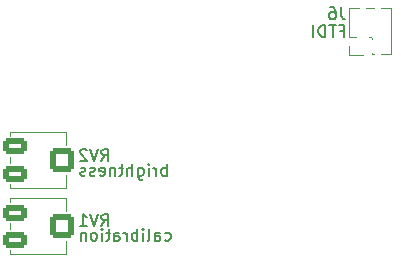
<source format=gbr>
%TF.GenerationSoftware,KiCad,Pcbnew,8.0.4*%
%TF.CreationDate,2024-08-09T19:06:39+02:00*%
%TF.ProjectId,Water Tank Monitor,57617465-7220-4546-916e-6b204d6f6e69,rev?*%
%TF.SameCoordinates,Original*%
%TF.FileFunction,Legend,Bot*%
%TF.FilePolarity,Positive*%
%FSLAX46Y46*%
G04 Gerber Fmt 4.6, Leading zero omitted, Abs format (unit mm)*
G04 Created by KiCad (PCBNEW 8.0.4) date 2024-08-09 19:06:39*
%MOMM*%
%LPD*%
G01*
G04 APERTURE LIST*
G04 Aperture macros list*
%AMRoundRect*
0 Rectangle with rounded corners*
0 $1 Rounding radius*
0 $2 $3 $4 $5 $6 $7 $8 $9 X,Y pos of 4 corners*
0 Add a 4 corners polygon primitive as box body*
4,1,4,$2,$3,$4,$5,$6,$7,$8,$9,$2,$3,0*
0 Add four circle primitives for the rounded corners*
1,1,$1+$1,$2,$3*
1,1,$1+$1,$4,$5*
1,1,$1+$1,$6,$7*
1,1,$1+$1,$8,$9*
0 Add four rect primitives between the rounded corners*
20,1,$1+$1,$2,$3,$4,$5,0*
20,1,$1+$1,$4,$5,$6,$7,0*
20,1,$1+$1,$6,$7,$8,$9,0*
20,1,$1+$1,$8,$9,$2,$3,0*%
G04 Aperture macros list end*
%ADD10C,0.150000*%
%ADD11C,0.120000*%
%ADD12C,1.000000*%
%ADD13RoundRect,0.250000X-0.600000X-0.725000X0.600000X-0.725000X0.600000X0.725000X-0.600000X0.725000X0*%
%ADD14O,1.700000X1.950000*%
%ADD15RoundRect,0.250000X-0.750000X0.400000X-0.750000X-0.400000X0.750000X-0.400000X0.750000X0.400000X0*%
%ADD16RoundRect,0.250000X-0.750000X0.750000X-0.750000X-0.750000X0.750000X-0.750000X0.750000X0.750000X0*%
G04 APERTURE END LIST*
D10*
X134979637Y-93907200D02*
X135074875Y-93954819D01*
X135074875Y-93954819D02*
X135265351Y-93954819D01*
X135265351Y-93954819D02*
X135360589Y-93907200D01*
X135360589Y-93907200D02*
X135408208Y-93859580D01*
X135408208Y-93859580D02*
X135455827Y-93764342D01*
X135455827Y-93764342D02*
X135455827Y-93478628D01*
X135455827Y-93478628D02*
X135408208Y-93383390D01*
X135408208Y-93383390D02*
X135360589Y-93335771D01*
X135360589Y-93335771D02*
X135265351Y-93288152D01*
X135265351Y-93288152D02*
X135074875Y-93288152D01*
X135074875Y-93288152D02*
X134979637Y-93335771D01*
X134122494Y-93954819D02*
X134122494Y-93431009D01*
X134122494Y-93431009D02*
X134170113Y-93335771D01*
X134170113Y-93335771D02*
X134265351Y-93288152D01*
X134265351Y-93288152D02*
X134455827Y-93288152D01*
X134455827Y-93288152D02*
X134551065Y-93335771D01*
X134122494Y-93907200D02*
X134217732Y-93954819D01*
X134217732Y-93954819D02*
X134455827Y-93954819D01*
X134455827Y-93954819D02*
X134551065Y-93907200D01*
X134551065Y-93907200D02*
X134598684Y-93811961D01*
X134598684Y-93811961D02*
X134598684Y-93716723D01*
X134598684Y-93716723D02*
X134551065Y-93621485D01*
X134551065Y-93621485D02*
X134455827Y-93573866D01*
X134455827Y-93573866D02*
X134217732Y-93573866D01*
X134217732Y-93573866D02*
X134122494Y-93526247D01*
X133503446Y-93954819D02*
X133598684Y-93907200D01*
X133598684Y-93907200D02*
X133646303Y-93811961D01*
X133646303Y-93811961D02*
X133646303Y-92954819D01*
X133122493Y-93954819D02*
X133122493Y-93288152D01*
X133122493Y-92954819D02*
X133170112Y-93002438D01*
X133170112Y-93002438D02*
X133122493Y-93050057D01*
X133122493Y-93050057D02*
X133074874Y-93002438D01*
X133074874Y-93002438D02*
X133122493Y-92954819D01*
X133122493Y-92954819D02*
X133122493Y-93050057D01*
X132646303Y-93954819D02*
X132646303Y-92954819D01*
X132646303Y-93335771D02*
X132551065Y-93288152D01*
X132551065Y-93288152D02*
X132360589Y-93288152D01*
X132360589Y-93288152D02*
X132265351Y-93335771D01*
X132265351Y-93335771D02*
X132217732Y-93383390D01*
X132217732Y-93383390D02*
X132170113Y-93478628D01*
X132170113Y-93478628D02*
X132170113Y-93764342D01*
X132170113Y-93764342D02*
X132217732Y-93859580D01*
X132217732Y-93859580D02*
X132265351Y-93907200D01*
X132265351Y-93907200D02*
X132360589Y-93954819D01*
X132360589Y-93954819D02*
X132551065Y-93954819D01*
X132551065Y-93954819D02*
X132646303Y-93907200D01*
X131741541Y-93954819D02*
X131741541Y-93288152D01*
X131741541Y-93478628D02*
X131693922Y-93383390D01*
X131693922Y-93383390D02*
X131646303Y-93335771D01*
X131646303Y-93335771D02*
X131551065Y-93288152D01*
X131551065Y-93288152D02*
X131455827Y-93288152D01*
X130693922Y-93954819D02*
X130693922Y-93431009D01*
X130693922Y-93431009D02*
X130741541Y-93335771D01*
X130741541Y-93335771D02*
X130836779Y-93288152D01*
X130836779Y-93288152D02*
X131027255Y-93288152D01*
X131027255Y-93288152D02*
X131122493Y-93335771D01*
X130693922Y-93907200D02*
X130789160Y-93954819D01*
X130789160Y-93954819D02*
X131027255Y-93954819D01*
X131027255Y-93954819D02*
X131122493Y-93907200D01*
X131122493Y-93907200D02*
X131170112Y-93811961D01*
X131170112Y-93811961D02*
X131170112Y-93716723D01*
X131170112Y-93716723D02*
X131122493Y-93621485D01*
X131122493Y-93621485D02*
X131027255Y-93573866D01*
X131027255Y-93573866D02*
X130789160Y-93573866D01*
X130789160Y-93573866D02*
X130693922Y-93526247D01*
X130360588Y-93288152D02*
X129979636Y-93288152D01*
X130217731Y-92954819D02*
X130217731Y-93811961D01*
X130217731Y-93811961D02*
X130170112Y-93907200D01*
X130170112Y-93907200D02*
X130074874Y-93954819D01*
X130074874Y-93954819D02*
X129979636Y-93954819D01*
X129646302Y-93954819D02*
X129646302Y-93288152D01*
X129646302Y-92954819D02*
X129693921Y-93002438D01*
X129693921Y-93002438D02*
X129646302Y-93050057D01*
X129646302Y-93050057D02*
X129598683Y-93002438D01*
X129598683Y-93002438D02*
X129646302Y-92954819D01*
X129646302Y-92954819D02*
X129646302Y-93050057D01*
X129027255Y-93954819D02*
X129122493Y-93907200D01*
X129122493Y-93907200D02*
X129170112Y-93859580D01*
X129170112Y-93859580D02*
X129217731Y-93764342D01*
X129217731Y-93764342D02*
X129217731Y-93478628D01*
X129217731Y-93478628D02*
X129170112Y-93383390D01*
X129170112Y-93383390D02*
X129122493Y-93335771D01*
X129122493Y-93335771D02*
X129027255Y-93288152D01*
X129027255Y-93288152D02*
X128884398Y-93288152D01*
X128884398Y-93288152D02*
X128789160Y-93335771D01*
X128789160Y-93335771D02*
X128741541Y-93383390D01*
X128741541Y-93383390D02*
X128693922Y-93478628D01*
X128693922Y-93478628D02*
X128693922Y-93764342D01*
X128693922Y-93764342D02*
X128741541Y-93859580D01*
X128741541Y-93859580D02*
X128789160Y-93907200D01*
X128789160Y-93907200D02*
X128884398Y-93954819D01*
X128884398Y-93954819D02*
X129027255Y-93954819D01*
X128265350Y-93288152D02*
X128265350Y-93954819D01*
X128265350Y-93383390D02*
X128217731Y-93335771D01*
X128217731Y-93335771D02*
X128122493Y-93288152D01*
X128122493Y-93288152D02*
X127979636Y-93288152D01*
X127979636Y-93288152D02*
X127884398Y-93335771D01*
X127884398Y-93335771D02*
X127836779Y-93431009D01*
X127836779Y-93431009D02*
X127836779Y-93954819D01*
X135122494Y-88454819D02*
X135122494Y-87454819D01*
X135122494Y-87835771D02*
X135027256Y-87788152D01*
X135027256Y-87788152D02*
X134836780Y-87788152D01*
X134836780Y-87788152D02*
X134741542Y-87835771D01*
X134741542Y-87835771D02*
X134693923Y-87883390D01*
X134693923Y-87883390D02*
X134646304Y-87978628D01*
X134646304Y-87978628D02*
X134646304Y-88264342D01*
X134646304Y-88264342D02*
X134693923Y-88359580D01*
X134693923Y-88359580D02*
X134741542Y-88407200D01*
X134741542Y-88407200D02*
X134836780Y-88454819D01*
X134836780Y-88454819D02*
X135027256Y-88454819D01*
X135027256Y-88454819D02*
X135122494Y-88407200D01*
X134217732Y-88454819D02*
X134217732Y-87788152D01*
X134217732Y-87978628D02*
X134170113Y-87883390D01*
X134170113Y-87883390D02*
X134122494Y-87835771D01*
X134122494Y-87835771D02*
X134027256Y-87788152D01*
X134027256Y-87788152D02*
X133932018Y-87788152D01*
X133598684Y-88454819D02*
X133598684Y-87788152D01*
X133598684Y-87454819D02*
X133646303Y-87502438D01*
X133646303Y-87502438D02*
X133598684Y-87550057D01*
X133598684Y-87550057D02*
X133551065Y-87502438D01*
X133551065Y-87502438D02*
X133598684Y-87454819D01*
X133598684Y-87454819D02*
X133598684Y-87550057D01*
X132693923Y-87788152D02*
X132693923Y-88597676D01*
X132693923Y-88597676D02*
X132741542Y-88692914D01*
X132741542Y-88692914D02*
X132789161Y-88740533D01*
X132789161Y-88740533D02*
X132884399Y-88788152D01*
X132884399Y-88788152D02*
X133027256Y-88788152D01*
X133027256Y-88788152D02*
X133122494Y-88740533D01*
X132693923Y-88407200D02*
X132789161Y-88454819D01*
X132789161Y-88454819D02*
X132979637Y-88454819D01*
X132979637Y-88454819D02*
X133074875Y-88407200D01*
X133074875Y-88407200D02*
X133122494Y-88359580D01*
X133122494Y-88359580D02*
X133170113Y-88264342D01*
X133170113Y-88264342D02*
X133170113Y-87978628D01*
X133170113Y-87978628D02*
X133122494Y-87883390D01*
X133122494Y-87883390D02*
X133074875Y-87835771D01*
X133074875Y-87835771D02*
X132979637Y-87788152D01*
X132979637Y-87788152D02*
X132789161Y-87788152D01*
X132789161Y-87788152D02*
X132693923Y-87835771D01*
X132217732Y-88454819D02*
X132217732Y-87454819D01*
X131789161Y-88454819D02*
X131789161Y-87931009D01*
X131789161Y-87931009D02*
X131836780Y-87835771D01*
X131836780Y-87835771D02*
X131932018Y-87788152D01*
X131932018Y-87788152D02*
X132074875Y-87788152D01*
X132074875Y-87788152D02*
X132170113Y-87835771D01*
X132170113Y-87835771D02*
X132217732Y-87883390D01*
X131455827Y-87788152D02*
X131074875Y-87788152D01*
X131312970Y-87454819D02*
X131312970Y-88311961D01*
X131312970Y-88311961D02*
X131265351Y-88407200D01*
X131265351Y-88407200D02*
X131170113Y-88454819D01*
X131170113Y-88454819D02*
X131074875Y-88454819D01*
X130741541Y-87788152D02*
X130741541Y-88454819D01*
X130741541Y-87883390D02*
X130693922Y-87835771D01*
X130693922Y-87835771D02*
X130598684Y-87788152D01*
X130598684Y-87788152D02*
X130455827Y-87788152D01*
X130455827Y-87788152D02*
X130360589Y-87835771D01*
X130360589Y-87835771D02*
X130312970Y-87931009D01*
X130312970Y-87931009D02*
X130312970Y-88454819D01*
X129455827Y-88407200D02*
X129551065Y-88454819D01*
X129551065Y-88454819D02*
X129741541Y-88454819D01*
X129741541Y-88454819D02*
X129836779Y-88407200D01*
X129836779Y-88407200D02*
X129884398Y-88311961D01*
X129884398Y-88311961D02*
X129884398Y-87931009D01*
X129884398Y-87931009D02*
X129836779Y-87835771D01*
X129836779Y-87835771D02*
X129741541Y-87788152D01*
X129741541Y-87788152D02*
X129551065Y-87788152D01*
X129551065Y-87788152D02*
X129455827Y-87835771D01*
X129455827Y-87835771D02*
X129408208Y-87931009D01*
X129408208Y-87931009D02*
X129408208Y-88026247D01*
X129408208Y-88026247D02*
X129884398Y-88121485D01*
X129027255Y-88407200D02*
X128932017Y-88454819D01*
X128932017Y-88454819D02*
X128741541Y-88454819D01*
X128741541Y-88454819D02*
X128646303Y-88407200D01*
X128646303Y-88407200D02*
X128598684Y-88311961D01*
X128598684Y-88311961D02*
X128598684Y-88264342D01*
X128598684Y-88264342D02*
X128646303Y-88169104D01*
X128646303Y-88169104D02*
X128741541Y-88121485D01*
X128741541Y-88121485D02*
X128884398Y-88121485D01*
X128884398Y-88121485D02*
X128979636Y-88073866D01*
X128979636Y-88073866D02*
X129027255Y-87978628D01*
X129027255Y-87978628D02*
X129027255Y-87931009D01*
X129027255Y-87931009D02*
X128979636Y-87835771D01*
X128979636Y-87835771D02*
X128884398Y-87788152D01*
X128884398Y-87788152D02*
X128741541Y-87788152D01*
X128741541Y-87788152D02*
X128646303Y-87835771D01*
X128217731Y-88407200D02*
X128122493Y-88454819D01*
X128122493Y-88454819D02*
X127932017Y-88454819D01*
X127932017Y-88454819D02*
X127836779Y-88407200D01*
X127836779Y-88407200D02*
X127789160Y-88311961D01*
X127789160Y-88311961D02*
X127789160Y-88264342D01*
X127789160Y-88264342D02*
X127836779Y-88169104D01*
X127836779Y-88169104D02*
X127932017Y-88121485D01*
X127932017Y-88121485D02*
X128074874Y-88121485D01*
X128074874Y-88121485D02*
X128170112Y-88073866D01*
X128170112Y-88073866D02*
X128217731Y-87978628D01*
X128217731Y-87978628D02*
X128217731Y-87931009D01*
X128217731Y-87931009D02*
X128170112Y-87835771D01*
X128170112Y-87835771D02*
X128074874Y-87788152D01*
X128074874Y-87788152D02*
X127932017Y-87788152D01*
X127932017Y-87788152D02*
X127836779Y-87835771D01*
X149877506Y-74204819D02*
X149877506Y-74919104D01*
X149877506Y-74919104D02*
X149925125Y-75061961D01*
X149925125Y-75061961D02*
X150020363Y-75157200D01*
X150020363Y-75157200D02*
X150163220Y-75204819D01*
X150163220Y-75204819D02*
X150258458Y-75204819D01*
X148972744Y-74204819D02*
X149163220Y-74204819D01*
X149163220Y-74204819D02*
X149258458Y-74252438D01*
X149258458Y-74252438D02*
X149306077Y-74300057D01*
X149306077Y-74300057D02*
X149401315Y-74442914D01*
X149401315Y-74442914D02*
X149448934Y-74633390D01*
X149448934Y-74633390D02*
X149448934Y-75014342D01*
X149448934Y-75014342D02*
X149401315Y-75109580D01*
X149401315Y-75109580D02*
X149353696Y-75157200D01*
X149353696Y-75157200D02*
X149258458Y-75204819D01*
X149258458Y-75204819D02*
X149067982Y-75204819D01*
X149067982Y-75204819D02*
X148972744Y-75157200D01*
X148972744Y-75157200D02*
X148925125Y-75109580D01*
X148925125Y-75109580D02*
X148877506Y-75014342D01*
X148877506Y-75014342D02*
X148877506Y-74776247D01*
X148877506Y-74776247D02*
X148925125Y-74681009D01*
X148925125Y-74681009D02*
X148972744Y-74633390D01*
X148972744Y-74633390D02*
X149067982Y-74585771D01*
X149067982Y-74585771D02*
X149258458Y-74585771D01*
X149258458Y-74585771D02*
X149353696Y-74633390D01*
X149353696Y-74633390D02*
X149401315Y-74681009D01*
X149401315Y-74681009D02*
X149448934Y-74776247D01*
X149829887Y-76181009D02*
X150163220Y-76181009D01*
X150163220Y-76704819D02*
X150163220Y-75704819D01*
X150163220Y-75704819D02*
X149687030Y-75704819D01*
X149448934Y-75704819D02*
X148877506Y-75704819D01*
X149163220Y-76704819D02*
X149163220Y-75704819D01*
X148544172Y-76704819D02*
X148544172Y-75704819D01*
X148544172Y-75704819D02*
X148306077Y-75704819D01*
X148306077Y-75704819D02*
X148163220Y-75752438D01*
X148163220Y-75752438D02*
X148067982Y-75847676D01*
X148067982Y-75847676D02*
X148020363Y-75942914D01*
X148020363Y-75942914D02*
X147972744Y-76133390D01*
X147972744Y-76133390D02*
X147972744Y-76276247D01*
X147972744Y-76276247D02*
X148020363Y-76466723D01*
X148020363Y-76466723D02*
X148067982Y-76561961D01*
X148067982Y-76561961D02*
X148163220Y-76657200D01*
X148163220Y-76657200D02*
X148306077Y-76704819D01*
X148306077Y-76704819D02*
X148544172Y-76704819D01*
X147544172Y-76704819D02*
X147544172Y-75704819D01*
X129598684Y-92704819D02*
X129932017Y-92228628D01*
X130170112Y-92704819D02*
X130170112Y-91704819D01*
X130170112Y-91704819D02*
X129789160Y-91704819D01*
X129789160Y-91704819D02*
X129693922Y-91752438D01*
X129693922Y-91752438D02*
X129646303Y-91800057D01*
X129646303Y-91800057D02*
X129598684Y-91895295D01*
X129598684Y-91895295D02*
X129598684Y-92038152D01*
X129598684Y-92038152D02*
X129646303Y-92133390D01*
X129646303Y-92133390D02*
X129693922Y-92181009D01*
X129693922Y-92181009D02*
X129789160Y-92228628D01*
X129789160Y-92228628D02*
X130170112Y-92228628D01*
X129312969Y-91704819D02*
X128979636Y-92704819D01*
X128979636Y-92704819D02*
X128646303Y-91704819D01*
X127789160Y-92704819D02*
X128360588Y-92704819D01*
X128074874Y-92704819D02*
X128074874Y-91704819D01*
X128074874Y-91704819D02*
X128170112Y-91847676D01*
X128170112Y-91847676D02*
X128265350Y-91942914D01*
X128265350Y-91942914D02*
X128360588Y-91990533D01*
X129598684Y-87204819D02*
X129932017Y-86728628D01*
X130170112Y-87204819D02*
X130170112Y-86204819D01*
X130170112Y-86204819D02*
X129789160Y-86204819D01*
X129789160Y-86204819D02*
X129693922Y-86252438D01*
X129693922Y-86252438D02*
X129646303Y-86300057D01*
X129646303Y-86300057D02*
X129598684Y-86395295D01*
X129598684Y-86395295D02*
X129598684Y-86538152D01*
X129598684Y-86538152D02*
X129646303Y-86633390D01*
X129646303Y-86633390D02*
X129693922Y-86681009D01*
X129693922Y-86681009D02*
X129789160Y-86728628D01*
X129789160Y-86728628D02*
X130170112Y-86728628D01*
X129312969Y-86204819D02*
X128979636Y-87204819D01*
X128979636Y-87204819D02*
X128646303Y-86204819D01*
X128360588Y-86300057D02*
X128312969Y-86252438D01*
X128312969Y-86252438D02*
X128217731Y-86204819D01*
X128217731Y-86204819D02*
X127979636Y-86204819D01*
X127979636Y-86204819D02*
X127884398Y-86252438D01*
X127884398Y-86252438D02*
X127836779Y-86300057D01*
X127836779Y-86300057D02*
X127789160Y-86395295D01*
X127789160Y-86395295D02*
X127789160Y-86490533D01*
X127789160Y-86490533D02*
X127836779Y-86633390D01*
X127836779Y-86633390D02*
X128408207Y-87204819D01*
X128408207Y-87204819D02*
X127789160Y-87204819D01*
D11*
%TO.C,J6*%
X150600000Y-74240000D02*
X150600000Y-76715000D01*
X150600000Y-78235000D02*
X150600000Y-77475000D01*
X151166529Y-76715000D02*
X150600000Y-76715000D01*
X151422470Y-74240000D02*
X150600000Y-74240000D01*
X151730000Y-78235000D02*
X150600000Y-78235000D01*
X152436529Y-76715000D02*
X152293471Y-76715000D01*
X152490000Y-76911529D02*
X152490000Y-76768471D01*
X152490000Y-78170000D02*
X152490000Y-78038471D01*
X152692470Y-74240000D02*
X152037530Y-74240000D01*
X152692470Y-78170000D02*
X152490000Y-78170000D01*
X154130000Y-74240000D02*
X153307530Y-74240000D01*
X154130000Y-74240000D02*
X154130000Y-78170000D01*
X154130000Y-78170000D02*
X153307530Y-78170000D01*
%TO.C,RV1*%
X121880000Y-90665000D02*
X121880000Y-90355000D01*
X121880000Y-92965000D02*
X121880000Y-92485000D01*
X121880000Y-95095000D02*
X121880000Y-94785000D01*
X126620000Y-90355000D02*
X121880000Y-90355000D01*
X126620000Y-91455000D02*
X126620000Y-90355000D01*
X126620000Y-95095000D02*
X121880000Y-95095000D01*
X126620000Y-95095000D02*
X126620000Y-93985000D01*
%TO.C,RV2*%
X121880000Y-85065000D02*
X121880000Y-84755000D01*
X121880000Y-87365000D02*
X121880000Y-86885000D01*
X121880000Y-89495000D02*
X121880000Y-89185000D01*
X126620000Y-84755000D02*
X121880000Y-84755000D01*
X126620000Y-85855000D02*
X126620000Y-84755000D01*
X126620000Y-89495000D02*
X121880000Y-89495000D01*
X126620000Y-89495000D02*
X126620000Y-88385000D01*
%TD*%
%LPC*%
D12*
%TO.C,J6*%
X151730000Y-77475000D03*
X153000000Y-77475000D03*
X151730000Y-76205000D03*
X153000000Y-76205000D03*
X151730000Y-74935000D03*
X153000000Y-74935000D03*
%TD*%
D13*
%TO.C,J1*%
X136250000Y-68725000D03*
D14*
X138750000Y-68725000D03*
X141250000Y-68725000D03*
X143750000Y-68725000D03*
%TD*%
D13*
%TO.C,J3*%
X136250000Y-60725000D03*
D14*
X138750000Y-60725000D03*
X141250000Y-60725000D03*
X143750000Y-60725000D03*
%TD*%
D15*
%TO.C,RV1*%
X122250000Y-91575000D03*
D16*
X126250000Y-92725000D03*
D15*
X122250000Y-93875000D03*
%TD*%
%TO.C,RV2*%
X122250000Y-85975000D03*
D16*
X126250000Y-87125000D03*
D15*
X122250000Y-88275000D03*
%TD*%
%LPD*%
M02*

</source>
